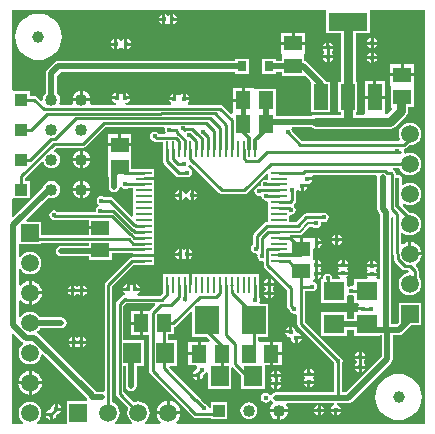
<source format=gbl>
G04 Layer_Physical_Order=2*
G04 Layer_Color=16711680*
%FSLAX24Y24*%
%MOIN*%
G70*
G01*
G75*
%ADD15R,0.0591X0.0591*%
%ADD17R,0.0709X0.0630*%
%ADD19R,0.0591X0.0512*%
%ADD20R,0.0512X0.0591*%
%ADD22C,0.0098*%
%ADD23C,0.0197*%
%ADD24C,0.0079*%
%ADD25C,0.0118*%
%ADD26C,0.0394*%
%ADD27C,0.0591*%
%ADD28R,0.0400X0.0400*%
%ADD29C,0.0400*%
%ADD30R,0.0400X0.0400*%
%ADD31R,0.0591X0.0591*%
%ADD32C,0.0150*%
%ADD33R,0.0787X0.0945*%
%ADD34R,0.0531X0.0114*%
%ADD35R,0.0114X0.0531*%
%ADD36R,0.1299X0.0630*%
%ADD37R,0.0472X0.0866*%
%ADD38R,0.0630X0.0709*%
%ADD39R,0.0315X0.0354*%
%ADD40C,0.0315*%
%ADD41C,0.0157*%
G36*
X10664Y13209D02*
X11176D01*
Y11595D01*
X11078D01*
Y10571D01*
X11176D01*
Y10502D01*
X10335D01*
X10242Y10483D01*
X10180Y10441D01*
X9001D01*
Y10561D01*
X9001D01*
Y10600D01*
X9001D01*
Y11348D01*
X8332D01*
Y11348D01*
X8274Y11355D01*
Y11370D01*
X7968D01*
Y10974D01*
X7918D01*
Y10924D01*
X7562D01*
Y10550D01*
X7507Y10528D01*
X7243Y10791D01*
X7201Y10819D01*
X7151Y10829D01*
X6077D01*
X6059Y10889D01*
X6071Y10897D01*
X6110Y10955D01*
X6113Y10974D01*
X5945D01*
Y11024D01*
X5895D01*
Y11192D01*
X5877Y11188D01*
X5819Y11150D01*
X5812Y11140D01*
X5752D01*
X5746Y11150D01*
X5688Y11188D01*
X5670Y11192D01*
Y11024D01*
X5620D01*
Y10974D01*
X5452D01*
X5455Y10955D01*
X5494Y10897D01*
X5506Y10889D01*
X5488Y10829D01*
X5111D01*
X5065Y10820D01*
X3990D01*
X3985Y10880D01*
X4025Y10888D01*
X4083Y10927D01*
X4122Y10985D01*
X4125Y11003D01*
X3957D01*
Y11053D01*
X3907D01*
Y11222D01*
X3888Y11218D01*
X3834Y11181D01*
X3779Y11218D01*
X3761Y11222D01*
Y11053D01*
X3711D01*
Y11003D01*
X3542D01*
X3546Y10985D01*
X3584Y10927D01*
X3642Y10888D01*
X3683Y10880D01*
X3677Y10820D01*
X2830D01*
X2792Y10880D01*
X2809Y10921D01*
X2813Y10949D01*
X2221D01*
X2224Y10921D01*
X2241Y10880D01*
X2204Y10820D01*
X1800D01*
X1769Y10880D01*
X1788Y10926D01*
X1798Y10999D01*
X1788Y11072D01*
X1760Y11140D01*
X1716Y11198D01*
X1697Y11212D01*
Y11801D01*
X1822Y11926D01*
X7628D01*
Y11850D01*
X8100D01*
Y12362D01*
X7628D01*
Y12287D01*
X1747D01*
X1678Y12273D01*
X1619Y12234D01*
X1389Y12004D01*
X1350Y11945D01*
X1336Y11876D01*
Y11212D01*
X1318Y11198D01*
X1273Y11140D01*
X1245Y11072D01*
X1236Y10999D01*
X1238Y10981D01*
X1181Y10953D01*
X1043Y11091D01*
X1001Y11120D01*
X951Y11129D01*
X795D01*
Y11278D01*
X257D01*
X197Y11321D01*
Y13976D01*
X10664D01*
Y13209D01*
D02*
G37*
G36*
X13976Y197D02*
X5687D01*
X5667Y257D01*
X5702Y284D01*
X5766Y367D01*
X5805Y463D01*
X5812Y516D01*
X5028D01*
X5035Y463D01*
X5075Y367D01*
X5138Y284D01*
X5174Y257D01*
X5153Y197D01*
X4652D01*
X4632Y257D01*
X4687Y299D01*
X4747Y377D01*
X4785Y468D01*
X4798Y566D01*
X4785Y664D01*
X4747Y755D01*
X4687Y833D01*
X4609Y893D01*
X4518Y930D01*
X4420Y943D01*
X4323Y930D01*
X4264Y906D01*
X3919Y1252D01*
Y2126D01*
X4002D01*
Y1452D01*
X4016Y1383D01*
X4055Y1324D01*
X4114Y1285D01*
X4183Y1271D01*
X4252Y1285D01*
X4311Y1324D01*
X4350Y1383D01*
X4364Y1452D01*
Y2126D01*
X4606D01*
Y2992D01*
X3919D01*
Y4134D01*
X3988Y4203D01*
X3989Y4203D01*
X4957D01*
X4980Y4148D01*
X4799Y3966D01*
X4780Y3939D01*
X4568D01*
Y3543D01*
Y3148D01*
X4760D01*
Y1959D01*
X4770Y1909D01*
X4799Y1866D01*
X6228Y437D01*
X6270Y409D01*
X6320Y399D01*
X6822D01*
Y351D01*
X7379D01*
Y909D01*
X6822D01*
Y726D01*
X6820Y725D01*
X6751Y764D01*
X6750Y774D01*
X6716Y824D01*
X6665Y858D01*
X6639Y863D01*
X6512Y991D01*
X6488Y1026D01*
X6424Y1090D01*
X6389Y1114D01*
X5437Y2066D01*
X5462Y2126D01*
X5709D01*
Y2992D01*
X5396D01*
Y3169D01*
X5600D01*
Y3418D01*
X5624Y3423D01*
X5666Y3451D01*
X6165Y3950D01*
X6220Y3927D01*
Y3091D01*
X6690D01*
X6791Y2990D01*
X6766Y2930D01*
X6492D01*
Y2534D01*
X6442D01*
Y2484D01*
X6086D01*
Y2139D01*
X6337D01*
X6369Y2079D01*
X6361Y2066D01*
X6347Y1998D01*
X6351Y1978D01*
X6339Y1976D01*
X6281Y1937D01*
X6243Y1879D01*
X6239Y1861D01*
X6407D01*
Y1811D01*
X6457D01*
Y1643D01*
X6476Y1646D01*
X6534Y1685D01*
X6572Y1743D01*
X6586Y1811D01*
X6582Y1831D01*
X6594Y1833D01*
X6652Y1872D01*
X6672Y1903D01*
X6732Y1884D01*
Y1339D01*
X7520D01*
Y2053D01*
X7580Y2078D01*
X7835Y1823D01*
Y1339D01*
X8622D01*
Y2139D01*
X8789D01*
Y2534D01*
Y2930D01*
X8483D01*
Y2930D01*
X8425Y2936D01*
X8399Y2957D01*
X8398Y2957D01*
Y3091D01*
X8740D01*
Y4193D01*
X8480D01*
X8448Y4253D01*
X8457Y4266D01*
X8469Y4326D01*
X8457Y4386D01*
X8442Y4407D01*
Y4488D01*
X8453D01*
Y5177D01*
X6309D01*
Y5198D01*
X6202D01*
Y4833D01*
X6102D01*
Y5198D01*
X5994D01*
Y5177D01*
X5228D01*
Y4552D01*
X5141Y4464D01*
X4398D01*
X4380Y4524D01*
X4418Y4549D01*
X4456Y4607D01*
X4460Y4625D01*
X4291D01*
Y4675D01*
X4241D01*
Y4844D01*
X4223Y4840D01*
X4183Y4813D01*
X4143Y4840D01*
X4125Y4844D01*
Y4675D01*
X4075D01*
Y4625D01*
X3906D01*
X3910Y4607D01*
X3949Y4549D01*
X3954Y4545D01*
X3955Y4525D01*
X3940Y4483D01*
X3905Y4476D01*
X3863Y4448D01*
X3696Y4281D01*
X3668Y4238D01*
X3658Y4188D01*
Y1198D01*
X3668Y1148D01*
X3696Y1106D01*
X4080Y722D01*
X4056Y664D01*
X4043Y566D01*
X4056Y468D01*
X4094Y377D01*
X4154Y299D01*
X4209Y257D01*
X4188Y197D01*
X3652D01*
X3632Y257D01*
X3687Y299D01*
X3747Y377D01*
X3785Y468D01*
X3798Y566D01*
X3785Y664D01*
X3747Y755D01*
X3687Y833D01*
X3609Y893D01*
X3551Y917D01*
Y4769D01*
X4256Y5474D01*
X4931D01*
Y5650D01*
X4952D01*
Y5757D01*
X4587D01*
X4221D01*
Y5741D01*
X4208D01*
X4158Y5731D01*
X4115Y5702D01*
X3328Y4915D01*
X3300Y4873D01*
X3290Y4823D01*
Y1295D01*
X3230Y1255D01*
X3189Y1263D01*
X2996D01*
X2992Y1269D01*
X1073Y3189D01*
X1055Y3200D01*
X1053Y3274D01*
X1074Y3290D01*
X1134Y3368D01*
X1138Y3378D01*
X1804D01*
X1850Y3369D01*
X1919Y3383D01*
X1978Y3422D01*
X2017Y3481D01*
X2031Y3550D01*
X2017Y3619D01*
X1978Y3678D01*
X1969Y3687D01*
X1910Y3726D01*
X1841Y3740D01*
X1136D01*
X1134Y3746D01*
X1074Y3824D01*
X996Y3884D01*
X905Y3921D01*
X807Y3934D01*
X709Y3921D01*
X618Y3884D01*
X540Y3824D01*
X489Y3757D01*
X442Y3766D01*
X429Y3773D01*
Y4302D01*
X489Y4322D01*
X525Y4275D01*
X608Y4212D01*
X704Y4172D01*
X757Y4165D01*
Y4557D01*
Y4949D01*
X704Y4942D01*
X608Y4902D01*
X525Y4839D01*
X489Y4792D01*
X429Y4812D01*
Y5341D01*
X442Y5348D01*
X489Y5357D01*
X540Y5290D01*
X618Y5230D01*
X709Y5193D01*
X807Y5180D01*
X905Y5193D01*
X996Y5230D01*
X1074Y5290D01*
X1134Y5368D01*
X1171Y5459D01*
X1184Y5557D01*
X1171Y5655D01*
X1134Y5746D01*
X1074Y5824D01*
X996Y5884D01*
X905Y5921D01*
X807Y5934D01*
X709Y5921D01*
X618Y5884D01*
X540Y5824D01*
X489Y5757D01*
X442Y5766D01*
X429Y5773D01*
Y6125D01*
X433Y6183D01*
X1181D01*
Y6216D01*
X2776D01*
Y6131D01*
X1850D01*
X1781Y6117D01*
X1722Y6078D01*
X1683Y6019D01*
X1669Y5950D01*
X1683Y5881D01*
X1722Y5822D01*
X1781Y5783D01*
X1850Y5769D01*
X2776D01*
Y5641D01*
X3524D01*
Y5873D01*
X4221D01*
Y5857D01*
X4587D01*
X4952D01*
Y5964D01*
X4931D01*
Y6262D01*
Y6656D01*
Y7049D01*
Y7443D01*
Y7837D01*
Y8209D01*
X4952D01*
Y8316D01*
X4587D01*
Y8416D01*
X4952D01*
Y8523D01*
X4931D01*
Y8699D01*
X4242D01*
Y8693D01*
X4163D01*
Y9082D01*
X4163Y9085D01*
X4169Y9142D01*
X4185D01*
Y9448D01*
X3394D01*
Y9142D01*
X3409D01*
X3415Y9085D01*
X3415Y9082D01*
Y8415D01*
X3436D01*
Y8095D01*
X3450Y8026D01*
X3489Y7968D01*
X3548Y7929D01*
X3617Y7915D01*
X3686Y7929D01*
X3745Y7968D01*
X3784Y8026D01*
X3793Y8073D01*
X3856Y8088D01*
X3875Y8058D01*
X3926Y8024D01*
X3986Y8013D01*
X4046Y8024D01*
X4068Y8039D01*
X4242D01*
Y7837D01*
Y7443D01*
Y7125D01*
X4182Y7100D01*
X3562Y7720D01*
X3519Y7748D01*
X3470Y7758D01*
X3261D01*
X3239Y7773D01*
X3179Y7785D01*
X3119Y7773D01*
X3068Y7739D01*
X3034Y7688D01*
X3022Y7628D01*
X3034Y7568D01*
X3068Y7517D01*
X3086Y7505D01*
X3088Y7482D01*
X3079Y7438D01*
X3039Y7411D01*
X3005Y7360D01*
X2993Y7300D01*
X2995Y7293D01*
X2957Y7246D01*
X1721D01*
X1711Y7261D01*
X1660Y7295D01*
X1600Y7307D01*
X1540Y7295D01*
X1489Y7261D01*
X1455Y7210D01*
X1443Y7150D01*
X1455Y7090D01*
X1489Y7039D01*
X1540Y7005D01*
X1582Y6997D01*
X1584Y6995D01*
X1634Y6985D01*
X2755D01*
Y6774D01*
X3150D01*
Y6674D01*
X2755D01*
Y6477D01*
X1181D01*
Y6931D01*
X700D01*
X677Y6987D01*
X1426Y7735D01*
X1444Y7727D01*
X1517Y7718D01*
X1590Y7727D01*
X1657Y7756D01*
X1716Y7800D01*
X1760Y7858D01*
X1788Y7926D01*
X1798Y7999D01*
X1788Y8072D01*
X1760Y8140D01*
X1716Y8198D01*
X1657Y8242D01*
X1590Y8271D01*
X1517Y8280D01*
X1444Y8271D01*
X1376Y8242D01*
X1318Y8198D01*
X1273Y8140D01*
X1245Y8072D01*
X1244Y8064D01*
X252Y7072D01*
X197Y7095D01*
Y7677D01*
X238Y7720D01*
X795D01*
Y8278D01*
X647D01*
Y8382D01*
X1190Y8925D01*
X1254Y8904D01*
X1273Y8858D01*
X1318Y8800D01*
X1376Y8756D01*
X1444Y8727D01*
X1517Y8718D01*
X1590Y8727D01*
X1657Y8756D01*
X1716Y8800D01*
X1760Y8858D01*
X1788Y8926D01*
X1798Y8999D01*
X1788Y9072D01*
X1760Y9140D01*
X1716Y9198D01*
X1657Y9243D01*
X1611Y9262D01*
X1591Y9326D01*
X1666Y9401D01*
X2581D01*
X2631Y9411D01*
X2674Y9439D01*
X3319Y10084D01*
X5256D01*
X5258Y10083D01*
X5301Y10025D01*
X5296Y10000D01*
X5308Y9940D01*
X5331Y9906D01*
X5309Y9852D01*
X5304Y9846D01*
X5097D01*
X5071Y9884D01*
X5021Y9918D01*
X4961Y9930D01*
X4901Y9918D01*
X4850Y9884D01*
X4816Y9834D01*
X4804Y9774D01*
X4816Y9714D01*
X4850Y9663D01*
X4901Y9629D01*
X4926Y9624D01*
X4926Y9623D01*
X4969Y9595D01*
X5019Y9585D01*
X5228D01*
Y8996D01*
X5234D01*
Y8957D01*
X5244Y8907D01*
X5272Y8864D01*
X5678Y8458D01*
X5720Y8430D01*
X5770Y8420D01*
X5820Y8430D01*
X5824Y8433D01*
X5972D01*
X5993Y8418D01*
X6053Y8406D01*
X6113Y8418D01*
X6164Y8452D01*
X6198Y8503D01*
X6210Y8563D01*
X6198Y8623D01*
X6164Y8674D01*
X6113Y8708D01*
X6089Y8713D01*
X6063Y8773D01*
X6073Y8796D01*
X6075Y8798D01*
X6075Y8801D01*
X6088Y8829D01*
X6146Y8847D01*
X7112Y7880D01*
X7155Y7852D01*
X7205Y7842D01*
X7948D01*
X7998Y7852D01*
X8040Y7880D01*
X8695Y8535D01*
X8750Y8512D01*
Y8363D01*
X8734Y8349D01*
X8690Y8325D01*
X8644Y8334D01*
X8584Y8322D01*
X8533Y8288D01*
X8499Y8237D01*
X8487Y8177D01*
X8490Y8160D01*
X8478Y8132D01*
X8441Y8103D01*
X8441Y8103D01*
X8381Y8091D01*
X8330Y8057D01*
X8296Y8007D01*
X8284Y7947D01*
X8296Y7887D01*
X8330Y7836D01*
X8381Y7802D01*
X8441Y7790D01*
X8468Y7795D01*
X8510Y7788D01*
X8533Y7752D01*
X8538Y7725D01*
X8572Y7675D01*
X8623Y7641D01*
X8683Y7629D01*
X8690Y7630D01*
X8750Y7581D01*
Y7246D01*
Y6922D01*
X8703D01*
X8653Y6912D01*
X8611Y6884D01*
X8283Y6556D01*
X8255Y6513D01*
X8245Y6463D01*
Y6163D01*
X8216Y6144D01*
X8182Y6093D01*
X8170Y6033D01*
X8182Y5973D01*
X8216Y5923D01*
X8267Y5889D01*
X8327Y5877D01*
X8343Y5880D01*
X8347Y5879D01*
X8365Y5861D01*
X8387Y5827D01*
X8377Y5778D01*
X8389Y5718D01*
X8423Y5667D01*
X8473Y5633D01*
X8533Y5621D01*
X8543Y5623D01*
X8589Y5585D01*
Y5478D01*
X8599Y5428D01*
X8627Y5386D01*
X9358Y4656D01*
Y4134D01*
X9368Y4084D01*
X9396Y4042D01*
X9456Y3981D01*
X9461Y3956D01*
X9495Y3905D01*
X9546Y3871D01*
X9606Y3859D01*
X9652Y3868D01*
X9712Y3835D01*
Y3519D01*
X9722Y3469D01*
X9750Y3426D01*
X10923Y2254D01*
X10928Y2228D01*
X10942Y2207D01*
Y1239D01*
X9006D01*
X8937Y1225D01*
X8878Y1186D01*
X8856Y1152D01*
X8787Y1148D01*
X8786Y1148D01*
X8772Y1169D01*
X8721Y1203D01*
X8661Y1215D01*
X8601Y1203D01*
X8551Y1169D01*
X8517Y1118D01*
X8505Y1058D01*
X8517Y998D01*
X8551Y947D01*
X8601Y913D01*
X8661Y901D01*
X8721Y913D01*
X8772Y947D01*
X8786Y968D01*
X8787Y969D01*
X8856Y964D01*
X8878Y930D01*
X8890Y922D01*
X8893Y849D01*
X8886Y844D01*
X8838Y781D01*
X8808Y708D01*
X8804Y680D01*
X9100D01*
X9396D01*
X9393Y708D01*
X9362Y781D01*
X9335Y817D01*
X9364Y877D01*
X10935D01*
X10941Y817D01*
X10926Y814D01*
X10868Y776D01*
X10829Y718D01*
X10826Y700D01*
X11163D01*
X11159Y718D01*
X11120Y776D01*
X11062Y814D01*
X11047Y817D01*
X11053Y877D01*
X11417D01*
X11486Y891D01*
X11545Y930D01*
X12844Y2230D01*
X12883Y2288D01*
X12897Y2357D01*
Y3146D01*
X13102D01*
X13171Y3160D01*
X13230Y3199D01*
X13513Y3482D01*
X13839D01*
Y4230D01*
X13091D01*
Y3570D01*
X13028Y3507D01*
X12838D01*
Y7051D01*
X12898Y7083D01*
X12906Y7078D01*
Y5880D01*
X12916Y5830D01*
X12930Y5809D01*
Y5689D01*
X12940Y5639D01*
X12968Y5597D01*
X13205Y5360D01*
X13247Y5331D01*
X13297Y5321D01*
X13394D01*
X13424Y5284D01*
X13402Y5225D01*
X13367Y5221D01*
X13276Y5183D01*
X13198Y5123D01*
X13138Y5045D01*
X13100Y4954D01*
X13087Y4856D01*
X13100Y4759D01*
X13138Y4668D01*
X13198Y4590D01*
X13276Y4530D01*
X13367Y4492D01*
X13465Y4479D01*
X13562Y4492D01*
X13653Y4530D01*
X13731Y4590D01*
X13791Y4668D01*
X13829Y4759D01*
X13842Y4856D01*
X13829Y4954D01*
X13791Y5045D01*
X13762Y5083D01*
Y5284D01*
X13752Y5334D01*
X13724Y5377D01*
X13650Y5451D01*
X13658Y5495D01*
X13670Y5516D01*
X13746Y5574D01*
X13810Y5657D01*
X13850Y5753D01*
X13857Y5806D01*
X13465D01*
Y5856D01*
X13415D01*
Y6248D01*
X13361Y6241D01*
X13265Y6202D01*
X13227Y6172D01*
X13167Y6202D01*
Y6538D01*
X13227Y6567D01*
X13276Y6530D01*
X13367Y6492D01*
X13465Y6479D01*
X13562Y6492D01*
X13653Y6530D01*
X13731Y6590D01*
X13791Y6668D01*
X13829Y6759D01*
X13842Y6856D01*
X13829Y6954D01*
X13791Y7045D01*
X13731Y7123D01*
X13653Y7183D01*
X13562Y7221D01*
X13465Y7234D01*
X13455Y7232D01*
X13220Y7467D01*
X13224Y7494D01*
X13246Y7509D01*
X13290Y7524D01*
X13367Y7492D01*
X13465Y7479D01*
X13562Y7492D01*
X13653Y7530D01*
X13731Y7590D01*
X13791Y7668D01*
X13829Y7759D01*
X13842Y7856D01*
X13829Y7954D01*
X13791Y8045D01*
X13731Y8123D01*
X13653Y8183D01*
X13562Y8221D01*
X13465Y8234D01*
X13367Y8221D01*
X13276Y8183D01*
X13251Y8164D01*
X13191Y8193D01*
Y8259D01*
X13195Y8266D01*
X13207Y8326D01*
X13195Y8386D01*
X13161Y8437D01*
X13110Y8471D01*
X13050Y8483D01*
X13041Y8481D01*
X12995Y8519D01*
Y8524D01*
X12985Y8574D01*
X12956Y8616D01*
X12917Y8655D01*
X12901Y8666D01*
X12919Y8726D01*
X13114D01*
X13138Y8668D01*
X13198Y8590D01*
X13276Y8530D01*
X13367Y8492D01*
X13465Y8479D01*
X13562Y8492D01*
X13653Y8530D01*
X13731Y8590D01*
X13791Y8668D01*
X13829Y8759D01*
X13842Y8856D01*
X13829Y8954D01*
X13791Y9045D01*
X13731Y9123D01*
X13653Y9183D01*
X13562Y9221D01*
X13465Y9234D01*
X13367Y9221D01*
X13320Y9201D01*
X13267Y9244D01*
X13270Y9261D01*
X13261Y9308D01*
X13261Y9313D01*
X13263Y9323D01*
X13292Y9371D01*
X13324Y9377D01*
X13366Y9406D01*
X13442Y9482D01*
X13465Y9479D01*
X13562Y9492D01*
X13653Y9530D01*
X13731Y9590D01*
X13791Y9668D01*
X13829Y9759D01*
X13842Y9856D01*
X13829Y9954D01*
X13791Y10045D01*
X13731Y10123D01*
X13653Y10183D01*
X13562Y10221D01*
X13465Y10234D01*
X13367Y10221D01*
X13276Y10183D01*
X13198Y10123D01*
X13138Y10045D01*
X13100Y9954D01*
X13087Y9856D01*
X13100Y9759D01*
X13129Y9688D01*
X13099Y9628D01*
X9872D01*
X9549Y9951D01*
X9544Y9976D01*
X9515Y10020D01*
X9523Y10051D01*
X9539Y10080D01*
X10180D01*
X10242Y10038D01*
X10335Y10020D01*
X12795D01*
X12887Y10038D01*
X12966Y10091D01*
X13335Y10460D01*
X13387Y10538D01*
X13405Y10630D01*
Y10738D01*
X13588D01*
Y11405D01*
X13588Y11407D01*
X13594Y11465D01*
X13609D01*
Y11771D01*
X13214D01*
X12818D01*
Y11465D01*
X12833D01*
X12840Y11407D01*
X12840Y11405D01*
Y10738D01*
X12847D01*
X12872Y10678D01*
X12716Y10523D01*
X12647Y10529D01*
X12634Y10550D01*
X12634Y10562D01*
Y11033D01*
X12298D01*
X11962D01*
Y10562D01*
X11962Y10550D01*
X11933Y10502D01*
X11658D01*
Y10571D01*
X11708D01*
Y11595D01*
X11658D01*
Y13209D01*
X12121D01*
Y13976D01*
X13976D01*
X13976Y197D01*
D02*
G37*
G36*
X534Y2933D02*
X561Y2915D01*
X565Y2843D01*
X540Y2824D01*
X480Y2746D01*
X443Y2655D01*
X430Y2557D01*
X443Y2459D01*
X480Y2368D01*
X540Y2290D01*
X618Y2230D01*
X709Y2193D01*
X807Y2180D01*
X905Y2193D01*
X996Y2230D01*
X1074Y2290D01*
X1134Y2368D01*
X1171Y2459D01*
X1176Y2490D01*
X1239Y2512D01*
X2690Y1060D01*
X2697Y1023D01*
X2713Y1000D01*
X2681Y940D01*
X2046D01*
Y197D01*
X1051D01*
X1030Y257D01*
X1074Y290D01*
X1134Y368D01*
X1171Y459D01*
X1184Y557D01*
X1171Y655D01*
X1134Y746D01*
X1074Y824D01*
X996Y884D01*
X905Y921D01*
X807Y934D01*
X709Y921D01*
X618Y884D01*
X540Y824D01*
X480Y746D01*
X443Y655D01*
X430Y557D01*
X443Y459D01*
X480Y368D01*
X540Y290D01*
X584Y257D01*
X564Y197D01*
X197D01*
Y3192D01*
X252Y3215D01*
X534Y2933D01*
D02*
G37*
G36*
X12382Y8442D02*
X12378Y8425D01*
Y8150D01*
Y7363D01*
X12392Y7294D01*
X12431Y7235D01*
X12477Y7190D01*
Y5067D01*
X12470Y5010D01*
X12360Y5010D01*
X12358Y5012D01*
X12334Y5070D01*
X12360Y5109D01*
X12363Y5127D01*
X12026D01*
X12030Y5109D01*
X12056Y5070D01*
X12031Y5012D01*
X12030Y5010D01*
X11604D01*
Y4822D01*
X11601Y4816D01*
X11544Y4777D01*
X11516Y4783D01*
X11456Y4771D01*
X11438Y4759D01*
X11378Y4791D01*
Y5010D01*
X11354D01*
X11336Y5070D01*
X11366Y5090D01*
X11405Y5148D01*
X11409Y5167D01*
X11072D01*
X11075Y5148D01*
X11114Y5090D01*
X11145Y5070D01*
X11127Y5010D01*
X10917D01*
X10885Y5049D01*
X10873Y5109D01*
X10839Y5160D01*
X10788Y5194D01*
X10785Y5195D01*
X10778Y5199D01*
X10728Y5209D01*
X10678Y5199D01*
X10671Y5195D01*
X10668Y5194D01*
X10618Y5160D01*
X10584Y5109D01*
X10572Y5049D01*
X10539Y5010D01*
X10512D01*
Y4222D01*
X11378D01*
Y4461D01*
X11438Y4493D01*
X11456Y4481D01*
X11516Y4469D01*
X11544Y4475D01*
X11601Y4436D01*
X11604Y4430D01*
Y4222D01*
X11747D01*
X11765Y4162D01*
X11764Y4162D01*
X11725Y4104D01*
X11721Y4085D01*
X11890D01*
Y3985D01*
X11721D01*
X11725Y3967D01*
X11693Y3907D01*
X11604D01*
Y3694D01*
X11378D01*
Y3907D01*
X10512D01*
Y3120D01*
X11378D01*
Y3333D01*
X11604D01*
Y3120D01*
X12470D01*
Y3146D01*
X12536D01*
Y2432D01*
X11343Y1239D01*
X11203D01*
Y2207D01*
X11218Y2228D01*
X11230Y2288D01*
X11218Y2348D01*
X11184Y2399D01*
X11133Y2433D01*
X11107Y2438D01*
X9973Y3573D01*
Y4633D01*
X10135D01*
X10157Y4619D01*
X10217Y4607D01*
X10277Y4619D01*
X10327Y4653D01*
X10361Y4704D01*
X10373Y4764D01*
X10361Y4824D01*
X10327Y4875D01*
X10277Y4909D01*
X10260Y4912D01*
X10223Y4945D01*
X10227Y4998D01*
X10277Y5032D01*
X10294Y5028D01*
Y5197D01*
X10344D01*
Y5247D01*
X10513D01*
X10509Y5265D01*
X10489Y5296D01*
X10476Y5340D01*
X10489Y5383D01*
X10509Y5414D01*
X10513Y5432D01*
X10344D01*
Y5482D01*
X10294D01*
Y5651D01*
X10286Y5649D01*
X10252Y5677D01*
X10238Y5694D01*
Y6023D01*
X10298Y6055D01*
X10304Y6054D01*
Y6222D01*
Y6391D01*
X10298Y6389D01*
X10238Y6389D01*
X10238Y6389D01*
X10238Y6389D01*
X9893D01*
Y6033D01*
X9793D01*
Y6389D01*
X9460D01*
Y6474D01*
X9793D01*
X9793Y6474D01*
X9839Y6483D01*
X9878Y6509D01*
X10129Y6759D01*
X10248D01*
X10285Y6735D01*
X10344Y6723D01*
X10404Y6735D01*
X10455Y6769D01*
X10489Y6820D01*
X10501Y6880D01*
X10500Y6887D01*
X10501Y6889D01*
X10517Y6906D01*
X10552Y6930D01*
X10601Y6920D01*
X10661Y6932D01*
X10712Y6966D01*
X10746Y7017D01*
X10758Y7077D01*
X10746Y7137D01*
X10712Y7188D01*
X10661Y7222D01*
X10601Y7234D01*
X10541Y7222D01*
X10519Y7208D01*
X10015D01*
X9966Y7198D01*
X9923Y7169D01*
X9676Y6922D01*
X9439D01*
Y7119D01*
X9499Y7168D01*
X9508Y7166D01*
X9568Y7178D01*
X9619Y7212D01*
X9653Y7263D01*
X9665Y7323D01*
X9653Y7383D01*
X9619Y7434D01*
X9607Y7441D01*
X9607Y7442D01*
X9601Y7517D01*
X9630Y7546D01*
X9658Y7588D01*
X9668Y7638D01*
Y7920D01*
X9682Y7942D01*
X9690Y7980D01*
X9722Y7993D01*
X9751Y8000D01*
X9804Y7965D01*
X9822Y7961D01*
Y8130D01*
X9872D01*
Y8180D01*
X10041D01*
X10039Y8190D01*
X10098Y8201D01*
X10156Y8240D01*
X10194Y8298D01*
X10198Y8316D01*
X10030D01*
Y8416D01*
X10198D01*
X10194Y8434D01*
X10189Y8442D01*
X10221Y8502D01*
X12333D01*
X12382Y8442D01*
D02*
G37*
%LPC*%
G36*
X9967Y12824D02*
X9572D01*
X9177D01*
Y12518D01*
X9192D01*
X9198Y12461D01*
X9198Y12458D01*
Y12287D01*
X9006D01*
Y12362D01*
X8533D01*
Y11850D01*
X9006D01*
Y11926D01*
X9198D01*
Y11791D01*
X9946D01*
X9946Y11791D01*
Y11791D01*
X9998Y11770D01*
X10133Y11635D01*
X10172Y11595D01*
X10172D01*
X10172Y11595D01*
Y10571D01*
X10802D01*
Y11595D01*
X10656D01*
X10654Y11605D01*
X10615Y11663D01*
X10024Y12254D01*
X9966Y12293D01*
X9946Y12297D01*
Y12458D01*
X9946Y12461D01*
X9952Y12518D01*
X9967D01*
Y12824D01*
D02*
G37*
G36*
X1083Y13862D02*
X932Y13847D01*
X787Y13803D01*
X654Y13732D01*
X537Y13636D01*
X441Y13519D01*
X370Y13386D01*
X326Y13241D01*
X311Y13091D01*
X326Y12940D01*
X370Y12795D01*
X441Y12662D01*
X537Y12545D01*
X654Y12449D01*
X787Y12378D01*
X932Y12334D01*
X1083Y12319D01*
X1233Y12334D01*
X1378Y12378D01*
X1511Y12449D01*
X1628Y12545D01*
X1724Y12662D01*
X1795Y12795D01*
X1839Y12940D01*
X1854Y13091D01*
X1839Y13241D01*
X1795Y13386D01*
X1724Y13519D01*
X1628Y13636D01*
X1511Y13732D01*
X1378Y13803D01*
X1233Y13847D01*
X1083Y13862D01*
D02*
G37*
G36*
X10688Y12371D02*
X10570D01*
X10573Y12353D01*
X10612Y12295D01*
X10670Y12256D01*
X10688Y12253D01*
Y12371D01*
D02*
G37*
G36*
X10907D02*
X10788D01*
Y12253D01*
X10806Y12256D01*
X10864Y12295D01*
X10903Y12353D01*
X10907Y12371D01*
D02*
G37*
G36*
X10897Y12686D02*
X10560D01*
X10563Y12668D01*
X10602Y12610D01*
X10612Y12603D01*
Y12547D01*
X10573Y12490D01*
X10570Y12471D01*
X10907D01*
X10903Y12490D01*
X10864Y12547D01*
X10855Y12554D01*
Y12610D01*
X10893Y12668D01*
X10897Y12686D01*
D02*
G37*
G36*
X3611Y12794D02*
X3493D01*
X3497Y12776D01*
X3535Y12718D01*
X3593Y12680D01*
X3611Y12676D01*
Y12794D01*
D02*
G37*
G36*
X4007Y11222D02*
Y11103D01*
X4125D01*
X4122Y11121D01*
X4083Y11179D01*
X4025Y11218D01*
X4007Y11222D01*
D02*
G37*
G36*
X5995Y11192D02*
Y11074D01*
X6113D01*
X6110Y11092D01*
X6071Y11150D01*
X6013Y11188D01*
X5995Y11192D01*
D02*
G37*
G36*
X3661Y11222D02*
X3642Y11218D01*
X3584Y11179D01*
X3546Y11121D01*
X3542Y11103D01*
X3661D01*
Y11222D01*
D02*
G37*
G36*
X3946Y13013D02*
X3928Y13009D01*
X3870Y12971D01*
X3865Y12963D01*
X3793D01*
X3788Y12971D01*
X3730Y13009D01*
X3711Y13013D01*
Y12844D01*
Y12676D01*
X3730Y12680D01*
X3788Y12718D01*
X3793Y12726D01*
X3865D01*
X3870Y12718D01*
X3928Y12680D01*
X3946Y12676D01*
Y12844D01*
Y13013D01*
D02*
G37*
G36*
X5206Y13621D02*
X5087D01*
X5091Y13603D01*
X5130Y13545D01*
X5188Y13506D01*
X5206Y13503D01*
Y13621D01*
D02*
G37*
G36*
X5581Y13840D02*
Y13721D01*
X5700D01*
X5696Y13740D01*
X5658Y13797D01*
X5600Y13836D01*
X5581Y13840D01*
D02*
G37*
G36*
X5482D02*
X5463Y13836D01*
X5439Y13820D01*
X5394Y13802D01*
X5348Y13820D01*
X5324Y13836D01*
X5306Y13840D01*
Y13671D01*
Y13503D01*
X5324Y13506D01*
X5348Y13522D01*
X5394Y13540D01*
X5439Y13522D01*
X5463Y13506D01*
X5482Y13503D01*
Y13671D01*
Y13840D01*
D02*
G37*
G36*
X5700Y13621D02*
X5581D01*
Y13503D01*
X5600Y13506D01*
X5658Y13545D01*
X5696Y13603D01*
X5700Y13621D01*
D02*
G37*
G36*
X5206Y13840D02*
X5188Y13836D01*
X5130Y13797D01*
X5091Y13740D01*
X5087Y13721D01*
X5206D01*
Y13840D01*
D02*
G37*
G36*
X9967Y13230D02*
X9622D01*
Y12924D01*
X9967D01*
Y13230D01*
D02*
G37*
G36*
X10678Y12905D02*
X10660Y12901D01*
X10602Y12862D01*
X10563Y12804D01*
X10560Y12786D01*
X10678D01*
Y12905D01*
D02*
G37*
G36*
X4165Y12794D02*
X4046D01*
Y12676D01*
X4064Y12680D01*
X4122Y12718D01*
X4161Y12776D01*
X4165Y12794D01*
D02*
G37*
G36*
X4046Y13013D02*
Y12894D01*
X4165D01*
X4161Y12913D01*
X4122Y12971D01*
X4064Y13009D01*
X4046Y13013D01*
D02*
G37*
G36*
X9522Y13230D02*
X9177D01*
Y12924D01*
X9522D01*
Y13230D01*
D02*
G37*
G36*
X10778Y12905D02*
Y12786D01*
X10897D01*
X10893Y12804D01*
X10855Y12862D01*
X10797Y12901D01*
X10778Y12905D01*
D02*
G37*
G36*
X3611Y13013D02*
X3593Y13009D01*
X3535Y12971D01*
X3497Y12913D01*
X3493Y12894D01*
X3611D01*
Y13013D01*
D02*
G37*
G36*
X2567Y11295D02*
Y11049D01*
X2813D01*
X2809Y11077D01*
X2779Y11150D01*
X2731Y11213D01*
X2668Y11261D01*
X2595Y11291D01*
X2567Y11295D01*
D02*
G37*
G36*
X5570Y11192D02*
X5552Y11188D01*
X5494Y11150D01*
X5455Y11092D01*
X5452Y11074D01*
X5570D01*
Y11192D01*
D02*
G37*
G36*
X7868Y11370D02*
X7562D01*
Y11024D01*
X7868D01*
Y11370D01*
D02*
G37*
G36*
X2467Y11295D02*
X2438Y11291D01*
X2365Y11261D01*
X2303Y11213D01*
X2255Y11150D01*
X2224Y11077D01*
X2221Y11049D01*
X2467D01*
Y11295D01*
D02*
G37*
G36*
X2560Y3082D02*
Y2963D01*
X2678D01*
X2675Y2982D01*
X2636Y3040D01*
X2578Y3078D01*
X2560Y3082D01*
D02*
G37*
G36*
X2460D02*
X2442Y3078D01*
X2384Y3040D01*
X2380D01*
X2322Y3078D01*
X2304Y3082D01*
Y2913D01*
Y2745D01*
X2322Y2749D01*
X2380Y2787D01*
X2384D01*
X2442Y2749D01*
X2460Y2745D01*
Y2913D01*
Y3082D01*
D02*
G37*
G36*
X4468Y3493D02*
X4162D01*
Y3148D01*
X4468D01*
Y3493D01*
D02*
G37*
G36*
X1199Y4507D02*
X857D01*
Y4165D01*
X910Y4172D01*
X1006Y4212D01*
X1089Y4275D01*
X1152Y4358D01*
X1192Y4454D01*
X1199Y4507D01*
D02*
G37*
G36*
X4468Y3939D02*
X4162D01*
Y3593D01*
X4468D01*
Y3939D01*
D02*
G37*
G36*
X9438Y3426D02*
X9420Y3423D01*
X9362Y3384D01*
X9323Y3326D01*
X9320Y3308D01*
X9438D01*
Y3426D01*
D02*
G37*
G36*
X2204Y3082D02*
X2186Y3078D01*
X2128Y3040D01*
X2089Y2982D01*
X2085Y2963D01*
X2204D01*
Y3082D01*
D02*
G37*
G36*
X9194Y2930D02*
X8889D01*
Y2584D01*
X9194D01*
Y2930D01*
D02*
G37*
G36*
X6392D02*
X6086D01*
Y2584D01*
X6392D01*
Y2930D01*
D02*
G37*
G36*
X2204Y2863D02*
X2085D01*
X2089Y2845D01*
X2128Y2787D01*
X2186Y2749D01*
X2204Y2745D01*
Y2863D01*
D02*
G37*
G36*
X9854Y3011D02*
X9735D01*
Y2893D01*
X9753Y2896D01*
X9811Y2935D01*
X9850Y2993D01*
X9854Y3011D01*
D02*
G37*
G36*
X9538Y3426D02*
Y3258D01*
X9488D01*
Y3208D01*
X9320D01*
X9323Y3190D01*
X9362Y3132D01*
X9420Y3093D01*
X9451Y3087D01*
X9494Y3067D01*
X9514Y3023D01*
X9520Y2993D01*
X9559Y2935D01*
X9617Y2896D01*
X9635Y2893D01*
Y3061D01*
X9685D01*
Y3111D01*
X9854D01*
X9850Y3129D01*
X9811Y3187D01*
X9753Y3226D01*
X9723Y3232D01*
X9679Y3252D01*
X9659Y3295D01*
X9653Y3326D01*
X9614Y3384D01*
X9556Y3423D01*
X9538Y3426D01*
D02*
G37*
G36*
X2678Y2863D02*
X2560D01*
Y2745D01*
X2578Y2749D01*
X2636Y2787D01*
X2675Y2845D01*
X2678Y2863D01*
D02*
G37*
G36*
X8730Y4487D02*
X8611D01*
X8615Y4469D01*
X8653Y4411D01*
X8711Y4373D01*
X8730Y4369D01*
Y4487D01*
D02*
G37*
G36*
X8830Y5021D02*
Y4902D01*
X8948D01*
X8944Y4921D01*
X8906Y4979D01*
X8848Y5017D01*
X8830Y5021D01*
D02*
G37*
G36*
X2480Y4804D02*
X2461Y4801D01*
X2417Y4771D01*
X2377Y4766D01*
X2337Y4771D01*
X2293Y4801D01*
X2274Y4804D01*
Y4636D01*
Y4467D01*
X2293Y4471D01*
X2351Y4510D01*
X2403D01*
X2461Y4471D01*
X2480Y4467D01*
Y4636D01*
Y4804D01*
D02*
G37*
G36*
X8730Y5021D02*
X8711Y5017D01*
X8653Y4979D01*
X8615Y4921D01*
X8611Y4902D01*
X8730D01*
Y5021D01*
D02*
G37*
G36*
X4341Y4844D02*
Y4725D01*
X4460D01*
X4456Y4743D01*
X4418Y4801D01*
X4360Y4840D01*
X4341Y4844D01*
D02*
G37*
G36*
X2698Y4586D02*
X2580D01*
Y4467D01*
X2598Y4471D01*
X2656Y4510D01*
X2694Y4568D01*
X2698Y4586D01*
D02*
G37*
G36*
X8948Y4802D02*
X8611D01*
X8615Y4784D01*
X8653Y4726D01*
X8655Y4725D01*
Y4665D01*
X8653Y4664D01*
X8615Y4606D01*
X8611Y4587D01*
X8948D01*
X8944Y4606D01*
X8906Y4664D01*
X8904Y4665D01*
Y4725D01*
X8906Y4726D01*
X8944Y4784D01*
X8948Y4802D01*
D02*
G37*
G36*
Y4487D02*
X8830D01*
Y4369D01*
X8848Y4373D01*
X8906Y4411D01*
X8944Y4469D01*
X8948Y4487D01*
D02*
G37*
G36*
X2174Y4586D02*
X2056D01*
X2060Y4568D01*
X2098Y4510D01*
X2156Y4471D01*
X2174Y4467D01*
Y4586D01*
D02*
G37*
G36*
X2580Y4804D02*
Y4686D01*
X2698D01*
X2694Y4704D01*
X2656Y4762D01*
X2598Y4801D01*
X2580Y4804D01*
D02*
G37*
G36*
X4025Y4844D02*
X4007Y4840D01*
X3949Y4801D01*
X3910Y4743D01*
X3906Y4725D01*
X4025D01*
Y4844D01*
D02*
G37*
G36*
X857Y4949D02*
Y4607D01*
X1199D01*
X1192Y4660D01*
X1152Y4756D01*
X1089Y4839D01*
X1006Y4902D01*
X910Y4942D01*
X857Y4949D01*
D02*
G37*
G36*
X2174Y4804D02*
X2156Y4801D01*
X2098Y4762D01*
X2060Y4704D01*
X2056Y4686D01*
X2174D01*
Y4804D01*
D02*
G37*
G36*
X5470Y958D02*
Y616D01*
X5812D01*
X5805Y669D01*
X5766Y765D01*
X5702Y848D01*
X5620Y911D01*
X5523Y951D01*
X5470Y958D01*
D02*
G37*
G36*
X10393Y808D02*
X10375Y805D01*
X10317Y766D01*
X10278Y708D01*
X10274Y690D01*
X10393D01*
Y808D01*
D02*
G37*
G36*
X11163Y600D02*
X11044D01*
Y481D01*
X11062Y485D01*
X11120Y523D01*
X11159Y581D01*
X11163Y600D01*
D02*
G37*
G36*
X5370Y958D02*
X5317Y951D01*
X5221Y911D01*
X5138Y848D01*
X5075Y765D01*
X5035Y669D01*
X5028Y616D01*
X5370D01*
Y958D01*
D02*
G37*
G36*
X10493Y808D02*
Y690D01*
X10611D01*
X10608Y708D01*
X10569Y766D01*
X10511Y805D01*
X10493Y808D01*
D02*
G37*
G36*
X10944Y600D02*
X10826D01*
X10829Y581D01*
X10868Y523D01*
X10926Y485D01*
X10944Y481D01*
Y600D01*
D02*
G37*
G36*
X9050Y580D02*
X8804D01*
X8808Y552D01*
X8838Y479D01*
X8886Y416D01*
X8949Y368D01*
X9022Y338D01*
X9050Y334D01*
Y580D01*
D02*
G37*
G36*
X13091Y1854D02*
X12940Y1839D01*
X12795Y1795D01*
X12662Y1724D01*
X12545Y1628D01*
X12449Y1511D01*
X12378Y1378D01*
X12334Y1233D01*
X12319Y1083D01*
X12334Y932D01*
X12378Y787D01*
X12449Y654D01*
X12545Y537D01*
X12662Y441D01*
X12795Y370D01*
X12940Y326D01*
X13091Y311D01*
X13241Y326D01*
X13386Y370D01*
X13519Y441D01*
X13636Y537D01*
X13732Y654D01*
X13803Y787D01*
X13847Y932D01*
X13862Y1083D01*
X13847Y1233D01*
X13803Y1378D01*
X13732Y1511D01*
X13636Y1628D01*
X13519Y1724D01*
X13386Y1795D01*
X13241Y1839D01*
X13091Y1854D01*
D02*
G37*
G36*
X10393Y590D02*
X10274D01*
X10278Y571D01*
X10317Y514D01*
X10375Y475D01*
X10393Y471D01*
Y590D01*
D02*
G37*
G36*
X10611D02*
X10493D01*
Y471D01*
X10511Y475D01*
X10569Y514D01*
X10608Y571D01*
X10611Y590D01*
D02*
G37*
G36*
X9396Y580D02*
X9150D01*
Y334D01*
X9179Y338D01*
X9252Y368D01*
X9314Y416D01*
X9362Y479D01*
X9393Y552D01*
X9396Y580D01*
D02*
G37*
G36*
X8100Y911D02*
X8028Y901D01*
X7960Y873D01*
X7902Y829D01*
X7857Y770D01*
X7829Y703D01*
X7819Y630D01*
X7829Y557D01*
X7857Y489D01*
X7902Y431D01*
X7960Y386D01*
X8028Y358D01*
X8100Y349D01*
X8173Y358D01*
X8241Y386D01*
X8299Y431D01*
X8344Y489D01*
X8372Y557D01*
X8382Y630D01*
X8372Y703D01*
X8344Y770D01*
X8299Y829D01*
X8241Y873D01*
X8173Y901D01*
X8100Y911D01*
D02*
G37*
G36*
X10048Y2019D02*
X10030Y2015D01*
X9972Y1977D01*
X9934Y1919D01*
X9930Y1900D01*
X10048D01*
Y2019D01*
D02*
G37*
G36*
X10148D02*
Y1900D01*
X10267D01*
X10263Y1919D01*
X10225Y1977D01*
X10167Y2015D01*
X10148Y2019D01*
D02*
G37*
G36*
X8946Y1960D02*
X8928Y1956D01*
X8870Y1918D01*
X8831Y1860D01*
X8828Y1841D01*
X8946D01*
Y1960D01*
D02*
G37*
G36*
X9046D02*
Y1841D01*
X9165D01*
X9161Y1860D01*
X9122Y1918D01*
X9064Y1956D01*
X9046Y1960D01*
D02*
G37*
G36*
X9194Y2484D02*
X8889D01*
Y2139D01*
X9194D01*
Y2484D01*
D02*
G37*
G36*
X6357Y1761D02*
X6239D01*
X6243Y1743D01*
X6281Y1685D01*
X6339Y1646D01*
X6357Y1643D01*
Y1761D01*
D02*
G37*
G36*
X10048Y1535D02*
X9930D01*
X9934Y1516D01*
X9972Y1458D01*
X10030Y1420D01*
X10048Y1416D01*
Y1535D01*
D02*
G37*
G36*
X10267D02*
X10148D01*
Y1416D01*
X10167Y1420D01*
X10225Y1458D01*
X10263Y1516D01*
X10267Y1535D01*
D02*
G37*
G36*
X8946Y1476D02*
X8828D01*
X8831Y1457D01*
X8870Y1399D01*
X8928Y1361D01*
X8946Y1357D01*
Y1476D01*
D02*
G37*
G36*
X9165D02*
X9046D01*
Y1357D01*
X9064Y1361D01*
X9122Y1399D01*
X9161Y1457D01*
X9165Y1476D01*
D02*
G37*
G36*
X10267Y1800D02*
X9930D01*
X9934Y1782D01*
X9972Y1724D01*
Y1711D01*
X9934Y1653D01*
X9930Y1635D01*
X10267D01*
X10263Y1653D01*
X10225Y1711D01*
Y1724D01*
X10263Y1782D01*
X10267Y1800D01*
D02*
G37*
G36*
X9165Y1741D02*
X8828D01*
X8831Y1723D01*
X8870Y1665D01*
Y1652D01*
X8831Y1594D01*
X8828Y1576D01*
X9165D01*
X9161Y1594D01*
X9122Y1652D01*
Y1665D01*
X9161Y1723D01*
X9165Y1741D01*
D02*
G37*
G36*
X12155Y12570D02*
X12136Y12566D01*
X12079Y12528D01*
X12040Y12470D01*
X12036Y12452D01*
X12155D01*
Y12570D01*
D02*
G37*
G36*
X12255D02*
Y12452D01*
X12373D01*
X12370Y12470D01*
X12331Y12528D01*
X12273Y12566D01*
X12255Y12570D01*
D02*
G37*
G36*
X12373Y12352D02*
X12255D01*
Y12233D01*
X12273Y12237D01*
X12331Y12275D01*
X12370Y12333D01*
X12373Y12352D01*
D02*
G37*
G36*
X12248Y11616D02*
X11962D01*
Y11133D01*
X12248D01*
Y11616D01*
D02*
G37*
G36*
X13609Y12177D02*
X13264D01*
Y11871D01*
X13609D01*
Y12177D01*
D02*
G37*
G36*
X12155Y12352D02*
X12036D01*
X12040Y12333D01*
X12079Y12275D01*
X12136Y12237D01*
X12155Y12233D01*
Y12352D01*
D02*
G37*
G36*
X12634Y11616D02*
X12348D01*
Y11133D01*
X12634D01*
Y11616D01*
D02*
G37*
G36*
X13164Y12177D02*
X12818D01*
Y11871D01*
X13164D01*
Y12177D01*
D02*
G37*
G36*
X12155Y13052D02*
X12136Y13049D01*
X12079Y13010D01*
X12040Y12952D01*
X12036Y12934D01*
X12155D01*
Y13052D01*
D02*
G37*
G36*
X12255D02*
Y12934D01*
X12373D01*
X12370Y12952D01*
X12331Y13010D01*
X12273Y13049D01*
X12255Y13052D01*
D02*
G37*
G36*
X12373Y12834D02*
X12255D01*
Y12715D01*
X12273Y12719D01*
X12331Y12758D01*
X12370Y12816D01*
X12373Y12834D01*
D02*
G37*
G36*
X12155D02*
X12036D01*
X12040Y12816D01*
X12079Y12758D01*
X12136Y12719D01*
X12155Y12715D01*
Y12834D01*
D02*
G37*
G36*
X6379Y7755D02*
X6261D01*
Y7637D01*
X6279Y7640D01*
X6337Y7679D01*
X6375Y7737D01*
X6379Y7755D01*
D02*
G37*
G36*
X2467Y7949D02*
X2221D01*
X2224Y7921D01*
X2255Y7848D01*
X2303Y7785D01*
X2365Y7737D01*
X2438Y7707D01*
X2467Y7703D01*
Y7949D01*
D02*
G37*
G36*
X5767Y7755D02*
X5648D01*
X5652Y7737D01*
X5691Y7679D01*
X5749Y7640D01*
X5767Y7637D01*
Y7755D01*
D02*
G37*
G36*
X5767Y5796D02*
X5648D01*
X5652Y5778D01*
X5691Y5720D01*
X5749Y5682D01*
X5767Y5678D01*
Y5796D01*
D02*
G37*
G36*
X6222D02*
X6103D01*
Y5678D01*
X6121Y5682D01*
X6179Y5720D01*
X6218Y5778D01*
X6222Y5796D01*
D02*
G37*
G36*
X13515Y6248D02*
Y5906D01*
X13857D01*
X13850Y5959D01*
X13810Y6056D01*
X13746Y6138D01*
X13664Y6202D01*
X13568Y6241D01*
X13515Y6248D01*
D02*
G37*
G36*
X6003Y6015D02*
X5985Y6011D01*
X5935Y5978D01*
X5885Y6011D01*
X5867Y6015D01*
Y5846D01*
Y5678D01*
X5885Y5682D01*
X5935Y5715D01*
X5985Y5682D01*
X6003Y5678D01*
Y5846D01*
Y6015D01*
D02*
G37*
G36*
X5767D02*
X5749Y6011D01*
X5691Y5973D01*
X5652Y5915D01*
X5648Y5896D01*
X5767D01*
Y6015D01*
D02*
G37*
G36*
X6103D02*
Y5896D01*
X6222D01*
X6218Y5915D01*
X6179Y5973D01*
X6121Y6011D01*
X6103Y6015D01*
D02*
G37*
G36*
X3739Y9854D02*
X3394D01*
Y9548D01*
X3739D01*
Y9854D01*
D02*
G37*
G36*
X4185D02*
X3839D01*
Y9548D01*
X4185D01*
Y9854D01*
D02*
G37*
G36*
X2467Y9295D02*
X2438Y9291D01*
X2365Y9261D01*
X2303Y9213D01*
X2255Y9150D01*
X2224Y9077D01*
X2221Y9049D01*
X2467D01*
Y9295D01*
D02*
G37*
G36*
X2567D02*
Y9049D01*
X2813D01*
X2809Y9077D01*
X2779Y9150D01*
X2731Y9213D01*
X2668Y9261D01*
X2595Y9291D01*
X2567Y9295D01*
D02*
G37*
G36*
X2813Y8949D02*
X2567D01*
Y8703D01*
X2595Y8707D01*
X2668Y8737D01*
X2731Y8785D01*
X2779Y8848D01*
X2809Y8921D01*
X2813Y8949D01*
D02*
G37*
G36*
X6261Y7974D02*
Y7855D01*
X6379D01*
X6375Y7873D01*
X6337Y7931D01*
X6279Y7970D01*
X6261Y7974D01*
D02*
G37*
G36*
X6161D02*
X6142Y7970D01*
X6084Y7931D01*
X6046Y7873D01*
X6044Y7866D01*
X5983D01*
X5982Y7873D01*
X5943Y7931D01*
X5885Y7970D01*
X5867Y7974D01*
Y7805D01*
Y7637D01*
X5885Y7640D01*
X5943Y7679D01*
X5982Y7737D01*
X5983Y7744D01*
X6044D01*
X6046Y7737D01*
X6084Y7679D01*
X6142Y7640D01*
X6161Y7637D01*
Y7805D01*
Y7974D01*
D02*
G37*
G36*
X2813Y7949D02*
X2567D01*
Y7703D01*
X2595Y7707D01*
X2668Y7737D01*
X2731Y7785D01*
X2779Y7848D01*
X2809Y7921D01*
X2813Y7949D01*
D02*
G37*
G36*
X5767Y7974D02*
X5749Y7970D01*
X5691Y7931D01*
X5652Y7873D01*
X5648Y7855D01*
X5767D01*
Y7974D01*
D02*
G37*
G36*
X2567Y8295D02*
Y8049D01*
X2813D01*
X2809Y8077D01*
X2779Y8150D01*
X2731Y8213D01*
X2668Y8261D01*
X2595Y8291D01*
X2567Y8295D01*
D02*
G37*
G36*
X2467Y8949D02*
X2221D01*
X2224Y8921D01*
X2255Y8848D01*
X2303Y8785D01*
X2365Y8737D01*
X2438Y8707D01*
X2467Y8703D01*
Y8949D01*
D02*
G37*
G36*
Y8295D02*
X2438Y8291D01*
X2365Y8261D01*
X2303Y8213D01*
X2255Y8150D01*
X2224Y8077D01*
X2221Y8049D01*
X2467D01*
Y8295D01*
D02*
G37*
G36*
X757Y1507D02*
X415D01*
X422Y1454D01*
X462Y1358D01*
X525Y1275D01*
X608Y1212D01*
X704Y1172D01*
X757Y1165D01*
Y1507D01*
D02*
G37*
G36*
X1199D02*
X857D01*
Y1165D01*
X910Y1172D01*
X1006Y1212D01*
X1089Y1275D01*
X1152Y1358D01*
X1192Y1454D01*
X1199Y1507D01*
D02*
G37*
G36*
X1733Y848D02*
Y729D01*
X1852D01*
X1848Y747D01*
X1809Y805D01*
X1751Y844D01*
X1733Y848D01*
D02*
G37*
G36*
X1633D02*
X1615Y844D01*
X1557Y805D01*
X1518Y747D01*
X1505Y680D01*
X1438Y667D01*
X1380Y628D01*
X1341Y570D01*
X1337Y552D01*
X1506D01*
Y502D01*
X1556D01*
Y333D01*
X1574Y337D01*
X1632Y376D01*
X1671Y434D01*
X1684Y501D01*
X1751Y514D01*
X1809Y553D01*
X1848Y611D01*
X1852Y629D01*
X1683D01*
Y679D01*
X1633D01*
Y848D01*
D02*
G37*
G36*
X1456Y452D02*
X1337D01*
X1341Y434D01*
X1380Y376D01*
X1438Y337D01*
X1456Y333D01*
Y452D01*
D02*
G37*
G36*
X857Y1949D02*
Y1607D01*
X1199D01*
X1192Y1660D01*
X1152Y1756D01*
X1089Y1839D01*
X1006Y1902D01*
X910Y1942D01*
X857Y1949D01*
D02*
G37*
G36*
X757D02*
X704Y1942D01*
X608Y1902D01*
X525Y1839D01*
X462Y1756D01*
X422Y1660D01*
X415Y1607D01*
X757D01*
Y1949D01*
D02*
G37*
G36*
X11861Y2580D02*
Y2461D01*
X11980D01*
X11976Y2480D01*
X11937Y2538D01*
X11879Y2576D01*
X11861Y2580D01*
D02*
G37*
G36*
X10513Y5147D02*
X10394D01*
Y5028D01*
X10413Y5032D01*
X10471Y5071D01*
X10509Y5129D01*
X10513Y5147D01*
D02*
G37*
G36*
X12145Y5621D02*
X12127Y5618D01*
X12069Y5579D01*
X12030Y5521D01*
X12026Y5503D01*
X12145D01*
Y5621D01*
D02*
G37*
G36*
X12245D02*
Y5503D01*
X12363D01*
X12360Y5521D01*
X12321Y5579D01*
X12263Y5618D01*
X12245Y5621D01*
D02*
G37*
G36*
X12363Y5403D02*
X12026D01*
X12030Y5384D01*
X12046Y5360D01*
X12064Y5315D01*
X12046Y5270D01*
X12030Y5245D01*
X12026Y5227D01*
X12363D01*
X12360Y5245D01*
X12344Y5270D01*
X12326Y5315D01*
X12344Y5360D01*
X12360Y5384D01*
X12363Y5403D01*
D02*
G37*
G36*
X11409Y5432D02*
X11072D01*
X11075Y5414D01*
X11114Y5356D01*
Y5343D01*
X11075Y5285D01*
X11072Y5267D01*
X11409D01*
X11405Y5285D01*
X11366Y5343D01*
Y5356D01*
X11405Y5414D01*
X11409Y5432D01*
D02*
G37*
G36*
X11761Y2580D02*
X11743Y2576D01*
X11685Y2538D01*
X11646Y2480D01*
X11643Y2461D01*
X11761D01*
Y2580D01*
D02*
G37*
G36*
X11980Y2361D02*
X11643D01*
X11646Y2343D01*
X11685Y2285D01*
X11692Y2280D01*
Y2208D01*
X11685Y2203D01*
X11646Y2145D01*
X11643Y2127D01*
X11980D01*
X11976Y2145D01*
X11937Y2203D01*
X11930Y2208D01*
Y2280D01*
X11937Y2285D01*
X11976Y2343D01*
X11980Y2361D01*
D02*
G37*
G36*
X11761Y2027D02*
X11643D01*
X11646Y2008D01*
X11685Y1951D01*
X11743Y1912D01*
X11761Y1908D01*
Y2027D01*
D02*
G37*
G36*
X11980D02*
X11861D01*
Y1908D01*
X11879Y1912D01*
X11937Y1951D01*
X11976Y2008D01*
X11980Y2027D01*
D02*
G37*
G36*
X10394Y5651D02*
Y5532D01*
X10513D01*
X10509Y5551D01*
X10471Y5608D01*
X10413Y5647D01*
X10394Y5651D01*
D02*
G37*
G36*
X10404Y6391D02*
Y6272D01*
X10523D01*
X10519Y6290D01*
X10481Y6348D01*
X10423Y6387D01*
X10404Y6391D01*
D02*
G37*
G36*
X10983Y6487D02*
X10965Y6484D01*
X10907Y6445D01*
X10869Y6387D01*
X10865Y6369D01*
X10983D01*
Y6487D01*
D02*
G37*
G36*
Y6269D02*
X10865D01*
X10869Y6251D01*
X10907Y6193D01*
X10965Y6154D01*
X10983Y6150D01*
Y6269D01*
D02*
G37*
G36*
X11202D02*
X11083D01*
Y6150D01*
X11102Y6154D01*
X11160Y6193D01*
X11198Y6251D01*
X11202Y6269D01*
D02*
G37*
G36*
X11083Y6487D02*
Y6369D01*
X11202D01*
X11198Y6387D01*
X11160Y6445D01*
X11102Y6484D01*
X11083Y6487D01*
D02*
G37*
G36*
X10523Y6172D02*
X10404D01*
Y6054D01*
X10423Y6057D01*
X10481Y6096D01*
X10519Y6154D01*
X10523Y6172D01*
D02*
G37*
G36*
X11190Y5651D02*
X11172Y5647D01*
X11114Y5608D01*
X11075Y5551D01*
X11072Y5532D01*
X11190D01*
Y5651D01*
D02*
G37*
G36*
X11290D02*
Y5532D01*
X11409D01*
X11405Y5551D01*
X11366Y5608D01*
X11308Y5647D01*
X11290Y5651D01*
D02*
G37*
G36*
X10041Y8080D02*
X9922D01*
Y7961D01*
X9940Y7965D01*
X9998Y8004D01*
X10037Y8062D01*
X10041Y8080D01*
D02*
G37*
%LPD*%
D15*
X13465Y3856D02*
D03*
X807Y6557D02*
D03*
D17*
X10945Y3514D02*
D03*
Y4616D02*
D03*
X12037Y3514D02*
D03*
Y4616D02*
D03*
D19*
X3150Y5976D02*
D03*
Y6724D02*
D03*
X3789Y9498D02*
D03*
Y8750D02*
D03*
X9843Y5285D02*
D03*
Y6033D02*
D03*
X13214Y11073D02*
D03*
Y11821D02*
D03*
X9572Y12126D02*
D03*
Y12874D02*
D03*
D20*
X4518Y3543D02*
D03*
X5266D02*
D03*
X7918Y10187D02*
D03*
X8666D02*
D03*
X7190Y2534D02*
D03*
X6442D02*
D03*
X8091D02*
D03*
X8839D02*
D03*
X7918Y10974D02*
D03*
X8666D02*
D03*
D22*
X3470Y7628D02*
X4276Y6822D01*
X3179Y7628D02*
X3470D01*
X5709Y9894D02*
X5955Y9648D01*
X5709Y9894D02*
Y9961D01*
X5955Y9341D02*
Y9648D01*
X5669Y10000D02*
X5709Y9961D01*
X13274Y9498D02*
X13632Y9856D01*
X6348Y9341D02*
X6348Y9341D01*
X6147Y9823D02*
X6341Y9629D01*
X6102Y9823D02*
X6147D01*
X6493Y9737D02*
X6545Y9685D01*
X6489Y9737D02*
X6493D01*
X6381Y9845D02*
X6489Y9737D01*
X6381Y9845D02*
Y9850D01*
X6201Y10030D02*
X6381Y9850D01*
X6545Y9341D02*
Y9685D01*
X5965Y10030D02*
X6201D01*
X13632Y4856D02*
Y5284D01*
X7126Y1722D02*
X7190Y1786D01*
X8120Y1722D02*
X8228D01*
X8714Y9261D02*
X13140D01*
X10728Y4833D02*
Y5079D01*
X5453Y10000D02*
X5669D01*
X10728Y4833D02*
X10945Y4616D01*
X10015Y7077D02*
X10601D01*
X10738Y12421D02*
Y12726D01*
X10728Y12736D02*
X10738Y12726D01*
X12205Y12402D02*
Y12884D01*
X9902Y8563D02*
X9972Y8633D01*
X9094Y8563D02*
X9902D01*
X9449Y7382D02*
X9508Y7323D01*
X9094Y7382D02*
X9449D01*
X9478Y7579D02*
X9537Y7638D01*
X9094Y7579D02*
X9478D01*
X9537Y7638D02*
Y8002D01*
X8832Y8856D02*
X13465D01*
X13632D01*
X13037Y5880D02*
X13060Y5856D01*
Y5689D02*
Y5856D01*
Y5689D02*
X13297Y5452D01*
X13464D01*
X13632Y5284D01*
X13037Y5880D02*
Y7179D01*
X11811Y2077D02*
Y2411D01*
X12825Y8563D02*
X12864Y8524D01*
Y7351D02*
Y8524D01*
X12715Y8563D02*
X12825D01*
X12645Y8633D02*
X12715Y8563D01*
X9972Y8633D02*
X12645D01*
X12864Y7351D02*
X13037Y7179D01*
X13037D01*
X9478Y6398D02*
X9843Y6033D01*
X9094Y6398D02*
X9478D01*
X11890Y4035D02*
X12185D01*
X11880D02*
X11890D01*
X10344Y5197D02*
Y5482D01*
X8780Y4537D02*
Y4852D01*
X8996Y1526D02*
Y1791D01*
X6407Y1880D02*
X6526Y1998D01*
X6407Y1811D02*
Y1880D01*
X1506Y502D02*
X1683Y679D01*
X2254Y2913D02*
X2510D01*
X2224Y4636D02*
X2530D01*
X5195Y4333D02*
X5364Y4503D01*
X3989Y4333D02*
X5195D01*
X3967Y4355D02*
X3989Y4333D01*
X3955Y4355D02*
X3967D01*
X7520Y4823D02*
X7530Y4833D01*
Y4552D02*
Y4665D01*
Y4552D02*
X8268Y3814D01*
Y3642D02*
Y3814D01*
X6396Y923D02*
X6605Y714D01*
X6320Y529D02*
X7000D01*
X5266Y2053D02*
X6320Y998D01*
X6332D01*
X4891Y1959D02*
X6320Y529D01*
X7000D02*
X7100Y630D01*
X7653Y2190D02*
X8120Y1722D01*
X7653Y2190D02*
Y2841D01*
X7190Y2534D02*
Y2776D01*
X6693Y3273D02*
X7190Y2776D01*
X7333Y3161D02*
X7653Y2841D01*
X7333Y3161D02*
Y4833D01*
X6460Y4429D02*
X7013D01*
X5574Y3543D02*
X6460Y4429D01*
X5955Y4331D02*
Y4355D01*
Y4833D01*
X5487Y4158D02*
X5758Y4429D01*
Y4833D01*
X4891Y1959D02*
Y3874D01*
X3420Y566D02*
Y4823D01*
X4208Y5610D01*
X6693Y3273D02*
Y3642D01*
X9843Y4764D02*
X10217D01*
X12028Y4626D02*
X12037Y4616D01*
X11526Y4626D02*
X12028D01*
X9843Y4764D02*
Y5285D01*
Y3519D02*
Y4764D01*
Y3519D02*
X11073Y2288D01*
X8720Y5478D02*
X9488Y4710D01*
Y4134D02*
Y4710D01*
Y4134D02*
X9606Y4016D01*
X8703Y6791D02*
X9094D01*
X8375Y6463D02*
X8703Y6791D01*
X8375Y6082D02*
Y6463D01*
X8327Y6033D02*
X8375Y6082D01*
X8730Y6594D02*
X9094D01*
X8533Y6398D02*
X8730Y6594D01*
X8533Y5778D02*
Y6398D01*
X9424Y5610D02*
X9547Y5487D01*
X9094Y5610D02*
X9424D01*
X9547Y5487D02*
X9641D01*
X9843Y5285D01*
X9087Y8177D02*
X9094Y8169D01*
X8644Y8177D02*
X9087D01*
X3573Y7300D02*
X4210Y6663D01*
X3534Y7116D02*
X4144Y6505D01*
X8441Y7947D02*
X8464Y7970D01*
X3378Y6004D02*
X4587D01*
X3814Y8725D02*
X3976Y8563D01*
X5019Y9716D02*
X5663D01*
X852Y6347D02*
X4096D01*
X8464Y7970D02*
X8759D01*
X3976Y8563D02*
X4587D01*
X8762Y7972D02*
X9094D01*
X8759Y7970D02*
X8762Y7972D01*
X9085Y7785D02*
X9094Y7776D01*
X8683Y7785D02*
X9085D01*
X9730Y6791D02*
X10015Y7077D01*
X5561Y9016D02*
X5579D01*
X5736Y8858D01*
X9094Y6791D02*
X9730D01*
X5663Y9716D02*
X5758Y9621D01*
Y9341D02*
Y9621D01*
X4961Y9774D02*
X5019Y9716D01*
X7151Y10699D02*
X7530Y10320D01*
X6960Y10540D02*
X7333Y10167D01*
X6818Y10382D02*
X7136Y10064D01*
X6676Y10224D02*
X6939Y9961D01*
X5308Y10224D02*
X6676D01*
X5242Y10382D02*
X6818D01*
X5176Y10540D02*
X6960D01*
X5111Y10699D02*
X7151D01*
X1260Y10690D02*
X5102D01*
X1381Y10531D02*
X5167D01*
X2328Y10373D02*
X5233D01*
X5102Y10690D02*
X5111Y10699D01*
X5167Y10531D02*
X5176Y10540D01*
X5233Y10373D02*
X5242Y10382D01*
X5299Y10215D02*
X5308Y10224D01*
X3265Y10215D02*
X5299D01*
X6152Y9026D02*
Y9341D01*
Y9026D02*
X7205Y7972D01*
X7948D01*
X6341Y9349D02*
Y9629D01*
Y9349D02*
X6348Y9341D01*
X6565Y9921D02*
X6742Y9744D01*
Y9341D02*
Y9744D01*
X3788Y4188D02*
X3955Y4355D01*
X3788Y1198D02*
X4420Y566D01*
X3788Y1198D02*
Y4188D01*
X4276Y6822D02*
X4293D01*
X4324Y6791D02*
X4587D01*
X4293Y6822D02*
X4324Y6791D01*
X4269Y6398D02*
X4587D01*
X4162Y6505D02*
X4269Y6398D01*
X4144Y6505D02*
X4162D01*
X1634Y7116D02*
X3534D01*
X1600Y7150D02*
X1634Y7116D01*
X3150Y7300D02*
X3573D01*
X4096Y6347D02*
X4242Y6201D01*
X4228Y6663D02*
X4297Y6594D01*
X4210Y6663D02*
X4228D01*
X4297Y6594D02*
X4587D01*
X4242Y6201D02*
X4587D01*
X3350Y5976D02*
X3378Y6004D01*
X951Y10999D02*
X1260Y10690D01*
X517Y10999D02*
X951D01*
X849Y9999D02*
X1381Y10531D01*
X517Y9999D02*
X849D01*
X1645Y9690D02*
X2328Y10373D01*
X2581Y9531D02*
X3265Y10215D01*
X1612Y9531D02*
X2581D01*
X6939Y9341D02*
Y9961D01*
X7136Y9341D02*
Y10064D01*
X1490Y9690D02*
X1645D01*
X799Y8999D02*
X1490Y9690D01*
X517Y8436D02*
X1612Y9531D01*
X517Y7999D02*
Y8436D01*
Y8999D02*
X799D01*
X7333Y9341D02*
Y10167D01*
X7530Y9341D02*
Y10320D01*
X7923Y9060D02*
Y9341D01*
Y9060D02*
X8018Y8966D01*
X9400Y9916D02*
X9818Y9498D01*
X4208Y5610D02*
X4587D01*
X6396Y923D02*
Y934D01*
X6332Y998D02*
X6396Y934D01*
X7190Y1786D02*
Y2534D01*
X11073Y1058D02*
Y2288D01*
X8720Y6004D02*
X9094D01*
X8091Y2534D02*
X8268Y2712D01*
X7136Y4552D02*
Y4833D01*
X8720Y5478D02*
Y6004D01*
X5266Y2608D02*
X5315Y2559D01*
X5266Y3543D02*
X5574D01*
X5266Y2608D02*
Y3543D01*
X4891Y3874D02*
X5175Y4158D01*
X5487D01*
X9818Y9498D02*
X13274D01*
X8268Y2712D02*
Y3642D01*
X3789Y8750D02*
X3814Y8725D01*
X5955Y4833D02*
X5955Y4833D01*
X7795Y10851D02*
X7918Y10974D01*
X7948Y7972D02*
X8832Y8856D01*
X8419Y8966D02*
X8714Y9261D01*
X7013Y4429D02*
X7136Y4552D01*
X5364Y4503D02*
Y4833D01*
X8018Y8966D02*
X8419D01*
X5364Y8957D02*
Y9341D01*
X5561Y9016D02*
Y9341D01*
X5364Y8957D02*
X5770Y8551D01*
X5782Y8563D01*
X6053D01*
X5736Y8858D02*
X5930D01*
X6348Y9341D02*
X6348Y9341D01*
X3986Y8169D02*
X4587D01*
X8312Y4326D02*
Y4828D01*
X8317Y4833D01*
X640Y6559D02*
X852Y6347D01*
X5925Y9990D02*
X5965Y10030D01*
X5266Y2053D02*
Y2608D01*
X8661Y9990D02*
Y10187D01*
X8543Y10974D02*
X8661Y10856D01*
D23*
X2874Y1083D02*
X3189D01*
X2864Y1093D02*
X2874Y1083D01*
X12559Y8150D02*
Y8425D01*
Y7363D02*
Y8150D01*
X12717Y3327D02*
X13102D01*
X4183Y2530D02*
X4213Y2559D01*
X4183Y1452D02*
Y2530D01*
X945Y3061D02*
X2864Y1142D01*
X662Y3061D02*
X945D01*
X248Y3474D02*
X662Y3061D01*
X2864Y1093D02*
Y1142D01*
X248Y6813D02*
X1434Y7999D01*
X248Y3474D02*
Y6813D01*
X9006Y1058D02*
X11073D01*
X1434Y7999D02*
X1517D01*
X11014Y3514D02*
X12037D01*
X12224Y3327D01*
X12717D01*
Y2357D02*
Y3327D01*
X11417Y1058D02*
X12717Y2357D01*
X1841Y3559D02*
X1850Y3550D01*
X3124Y5950D02*
X3150Y5976D01*
X1850Y5950D02*
X3124D01*
X10487Y11083D02*
Y11535D01*
X9897Y12126D02*
X10487Y11535D01*
X9572Y12126D02*
X9897D01*
X9552Y12106D02*
X9572Y12126D01*
X8770Y12106D02*
X9552D01*
X1747D02*
X7864D01*
X1517Y11876D02*
X1747Y12106D01*
X1517Y10999D02*
Y11876D01*
X11073Y1058D02*
X11417D01*
X8735Y10261D02*
X10335D01*
X8661Y10187D02*
X8666D01*
X3617Y8095D02*
Y8529D01*
X13102Y3327D02*
X13632Y3856D01*
X8661Y10187D02*
X8735Y10261D01*
X8661Y10187D02*
Y10856D01*
X3617Y8529D02*
X3814Y8725D01*
X807Y3559D02*
X1841D01*
X12559Y7363D02*
X12657Y7265D01*
Y3386D02*
X12717Y3327D01*
X12657Y3386D02*
Y7265D01*
D24*
X10079Y6880D02*
X10344D01*
X9094Y6594D02*
X9793D01*
X10079Y6880D01*
D25*
X13050Y7438D02*
X13632Y6856D01*
X13050Y7438D02*
Y8326D01*
X8317Y9341D02*
Y9646D01*
X8661Y9990D01*
X7918Y9921D02*
Y10187D01*
X8120Y9341D02*
Y9719D01*
X7918Y9921D02*
X8120Y9719D01*
X9843Y5807D02*
Y6033D01*
X9094Y5807D02*
X9843D01*
D26*
X13091Y1083D02*
D03*
X1083Y13091D02*
D03*
D27*
X13465Y5856D02*
D03*
Y4856D02*
D03*
Y6856D02*
D03*
Y7856D02*
D03*
Y8856D02*
D03*
Y9856D02*
D03*
X807Y4557D02*
D03*
Y5557D02*
D03*
Y3557D02*
D03*
Y2557D02*
D03*
Y1557D02*
D03*
Y557D02*
D03*
X5420Y566D02*
D03*
X4420D02*
D03*
X3420D02*
D03*
D28*
X517Y10999D02*
D03*
Y9999D02*
D03*
Y8999D02*
D03*
Y7999D02*
D03*
D29*
X1517Y10999D02*
D03*
Y9999D02*
D03*
Y8999D02*
D03*
Y7999D02*
D03*
X2517Y10999D02*
D03*
Y9999D02*
D03*
Y8999D02*
D03*
Y7999D02*
D03*
X9100Y630D02*
D03*
X8100D02*
D03*
D30*
X7100D02*
D03*
D31*
X2420Y566D02*
D03*
D32*
X5896Y10039D02*
D03*
X3179Y7628D02*
D03*
X3189Y1083D02*
D03*
X6102Y9823D02*
D03*
X10728Y5049D02*
D03*
X5453Y10000D02*
D03*
X10601Y7077D02*
D03*
X10738Y12421D02*
D03*
X10728Y12736D02*
D03*
X12205Y12402D02*
D03*
Y12884D02*
D03*
X10030Y8366D02*
D03*
X9872Y8130D02*
D03*
X11240Y5217D02*
D03*
Y5482D02*
D03*
X9508Y7323D02*
D03*
X9537Y8002D02*
D03*
X13050Y8326D02*
D03*
X11811Y2077D02*
D03*
Y2411D02*
D03*
X10994Y650D02*
D03*
X10443Y640D02*
D03*
X12559Y8425D02*
D03*
Y8150D02*
D03*
X11033Y6319D02*
D03*
X10354Y6222D02*
D03*
X12195Y5453D02*
D03*
Y5177D02*
D03*
X12185Y4035D02*
D03*
X11890D02*
D03*
X10344Y5197D02*
D03*
Y5482D02*
D03*
X8780Y4537D02*
D03*
Y4852D02*
D03*
X9685Y3061D02*
D03*
X9488Y3258D02*
D03*
X10098Y1585D02*
D03*
Y1850D02*
D03*
X8996Y1526D02*
D03*
Y1791D02*
D03*
X6407Y1811D02*
D03*
X6526Y1998D02*
D03*
X1683Y679D02*
D03*
X1506Y502D02*
D03*
X2510Y2913D02*
D03*
X2254D02*
D03*
X2530Y4636D02*
D03*
X2224D02*
D03*
X4075Y4675D02*
D03*
X4291D02*
D03*
X3957Y11053D02*
D03*
X3711D02*
D03*
X3996Y12844D02*
D03*
X3661D02*
D03*
X5531Y13671D02*
D03*
X5256D02*
D03*
X5945Y11024D02*
D03*
X5620D02*
D03*
X6211Y7805D02*
D03*
X5817D02*
D03*
X6053Y5846D02*
D03*
X5817D02*
D03*
X2864Y1093D02*
D03*
X6605Y714D02*
D03*
X5955Y4355D02*
D03*
X8661Y1058D02*
D03*
X9006D02*
D03*
X10217Y4764D02*
D03*
X11516Y4626D02*
D03*
X9606Y4016D02*
D03*
X8533Y5778D02*
D03*
X8327Y6033D02*
D03*
X8644Y8177D02*
D03*
X8441Y7947D02*
D03*
X8683Y7785D02*
D03*
X10344Y6880D02*
D03*
X12549Y10261D02*
D03*
X4961Y9774D02*
D03*
X6565Y9921D02*
D03*
X1850Y3550D02*
D03*
Y5950D02*
D03*
X3150Y7300D02*
D03*
X1600Y7150D02*
D03*
X9400Y9916D02*
D03*
X4183Y1452D02*
D03*
X12254Y10261D02*
D03*
X10605D02*
D03*
X10335D02*
D03*
X11073Y2288D02*
D03*
X13051Y9291D02*
D03*
X6053Y8563D02*
D03*
X5930Y8858D02*
D03*
X3617Y8095D02*
D03*
X3986Y8169D02*
D03*
X8312Y4326D02*
D03*
D33*
X6693Y3642D02*
D03*
X8268D02*
D03*
D34*
X4587Y5610D02*
D03*
Y5807D02*
D03*
Y6004D02*
D03*
Y6201D02*
D03*
Y6398D02*
D03*
Y6594D02*
D03*
Y6791D02*
D03*
Y6988D02*
D03*
Y7185D02*
D03*
Y7382D02*
D03*
Y7579D02*
D03*
Y7776D02*
D03*
Y7972D02*
D03*
Y8169D02*
D03*
Y8366D02*
D03*
Y8563D02*
D03*
X9094D02*
D03*
Y8366D02*
D03*
Y8169D02*
D03*
Y7972D02*
D03*
Y7776D02*
D03*
Y7579D02*
D03*
Y7382D02*
D03*
Y7185D02*
D03*
Y6988D02*
D03*
Y6791D02*
D03*
Y6594D02*
D03*
Y6398D02*
D03*
Y6201D02*
D03*
Y6004D02*
D03*
Y5807D02*
D03*
Y5610D02*
D03*
D35*
X8317Y4833D02*
D03*
X8120D02*
D03*
X7923D02*
D03*
X7726D02*
D03*
X7530D02*
D03*
X7333D02*
D03*
X7136D02*
D03*
X6939D02*
D03*
X6742D02*
D03*
X6545D02*
D03*
X6348D02*
D03*
X6152D02*
D03*
X5955D02*
D03*
X5758D02*
D03*
X5561D02*
D03*
X5364D02*
D03*
X5364Y9341D02*
D03*
X5561D02*
D03*
X5758D02*
D03*
X5955D02*
D03*
X6152D02*
D03*
X6348D02*
D03*
X6545D02*
D03*
X6742D02*
D03*
X6939D02*
D03*
X7136D02*
D03*
X7333D02*
D03*
X7530D02*
D03*
X7726D02*
D03*
X7923D02*
D03*
X8120D02*
D03*
X8317D02*
D03*
D36*
X11393Y13602D02*
D03*
D37*
X12298Y11083D02*
D03*
X11393D02*
D03*
X10487D02*
D03*
D38*
X8228Y1772D02*
D03*
X7126D02*
D03*
X5315Y2559D02*
D03*
X4213D02*
D03*
D39*
X8770Y12106D02*
D03*
X7864D02*
D03*
D40*
X10335Y10261D02*
X10605D01*
X12254D02*
X12549D01*
X12795D01*
X13164Y10630D01*
X10605Y10261D02*
X12254D01*
X13164Y10630D02*
Y11073D01*
X11343Y13602D02*
X11417Y13528D01*
Y10285D02*
Y13528D01*
D41*
X7918Y10187D02*
Y10974D01*
M02*

</source>
